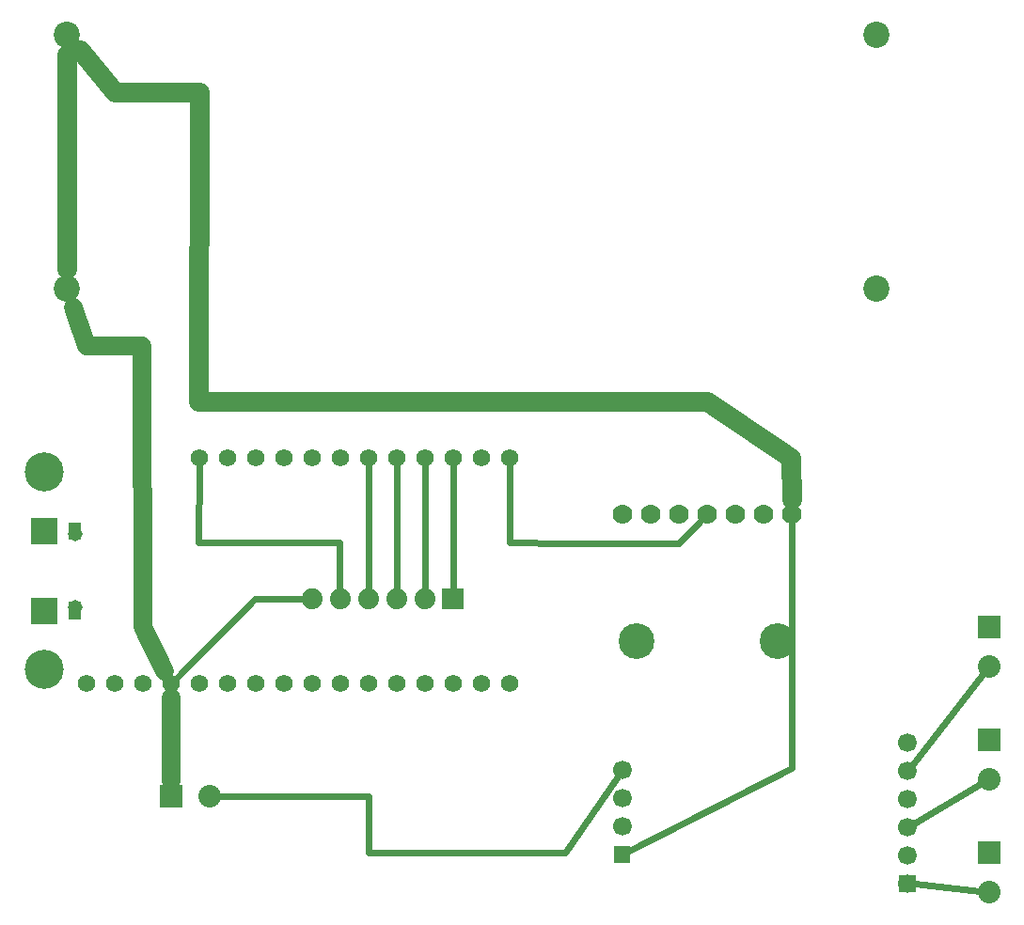
<source format=gbl>
G04 MADE WITH FRITZING*
G04 WWW.FRITZING.ORG*
G04 DOUBLE SIDED*
G04 HOLES PLATED*
G04 CONTOUR ON CENTER OF CONTOUR VECTOR*
%ASAXBY*%
%FSLAX23Y23*%
%MOIN*%
%OFA0B0*%
%SFA1.0B1.0*%
%ADD10C,0.066555*%
%ADD11C,0.049194*%
%ADD12C,0.074000*%
%ADD13C,0.126614*%
%ADD14C,0.070000*%
%ADD15C,0.080000*%
%ADD16C,0.093000*%
%ADD17C,0.138425*%
%ADD18C,0.095000*%
%ADD19C,0.051496*%
%ADD20C,0.062000*%
%ADD21R,0.080000X0.080000*%
%ADD22R,0.095000X0.095000*%
%ADD23C,0.065000*%
%ADD24C,0.024000*%
%ADD25R,0.001000X0.001000*%
%LNCOPPER0*%
G90*
G70*
G54D10*
X3247Y264D03*
X3247Y364D03*
X3247Y464D03*
X3247Y564D03*
X3247Y664D03*
X3247Y164D03*
X2235Y367D03*
X2235Y467D03*
G54D11*
X2235Y267D03*
G54D10*
X2235Y567D03*
G54D12*
X1635Y1173D03*
X1535Y1173D03*
X1435Y1173D03*
X1335Y1173D03*
X1235Y1173D03*
X1135Y1173D03*
X1635Y1173D03*
X1535Y1173D03*
X1435Y1173D03*
X1335Y1173D03*
X1235Y1173D03*
X1135Y1173D03*
X1635Y1173D03*
X1535Y1173D03*
X1435Y1173D03*
X1335Y1173D03*
X1235Y1173D03*
X1135Y1173D03*
G54D13*
X2785Y1023D03*
G54D14*
X2235Y1473D03*
X2335Y1473D03*
X2435Y1473D03*
X2535Y1473D03*
X2635Y1473D03*
X2735Y1473D03*
X2835Y1473D03*
G54D13*
X2285Y1023D03*
X2785Y1023D03*
G54D14*
X2235Y1473D03*
X2335Y1473D03*
X2435Y1473D03*
X2535Y1473D03*
X2635Y1473D03*
X2735Y1473D03*
X2835Y1473D03*
G54D13*
X2285Y1023D03*
G54D15*
X3535Y1073D03*
X3535Y935D03*
X3535Y1073D03*
X3535Y935D03*
X3535Y673D03*
X3535Y535D03*
X3535Y673D03*
X3535Y535D03*
X3535Y273D03*
X3535Y135D03*
X3535Y273D03*
X3535Y135D03*
X635Y473D03*
X772Y473D03*
X635Y473D03*
X772Y473D03*
G54D16*
X266Y3173D03*
X3135Y3173D03*
X266Y2273D03*
X3135Y2273D03*
G54D17*
X185Y923D03*
G54D18*
X185Y1414D03*
G54D19*
X295Y1403D03*
G54D20*
X1835Y873D03*
X1735Y873D03*
X1635Y873D03*
X1535Y873D03*
X1435Y873D03*
X1335Y873D03*
X1235Y873D03*
X1135Y873D03*
X1035Y873D03*
G54D17*
X185Y1623D03*
G54D20*
X935Y873D03*
X835Y873D03*
X735Y873D03*
X635Y873D03*
X535Y873D03*
X435Y873D03*
X335Y873D03*
X735Y1673D03*
X835Y1673D03*
X935Y1673D03*
X1035Y1673D03*
X1135Y1673D03*
X1235Y1673D03*
X1335Y1673D03*
X1435Y1673D03*
X1535Y1673D03*
X1635Y1673D03*
X1735Y1673D03*
X1835Y1673D03*
G54D19*
X295Y1143D03*
G54D18*
X185Y1131D03*
G54D21*
X3535Y1073D03*
X3535Y1073D03*
X3535Y673D03*
X3535Y673D03*
X3535Y273D03*
X3535Y273D03*
X635Y473D03*
X635Y473D03*
G54D22*
X185Y1414D03*
X185Y1131D03*
G54D23*
X537Y1072D02*
X534Y2071D01*
D02*
X534Y2071D02*
X336Y2071D01*
D02*
X336Y2071D02*
X288Y2207D01*
D02*
X612Y918D02*
X537Y1072D01*
D02*
X636Y675D02*
X635Y822D01*
D02*
X635Y526D02*
X636Y675D01*
G54D24*
D02*
X2835Y574D02*
X2260Y280D01*
D02*
X2835Y1442D02*
X2835Y574D01*
D02*
X934Y1173D02*
X1103Y1173D01*
D02*
X655Y893D02*
X934Y1173D01*
D02*
X1233Y1373D02*
X1232Y1271D01*
D02*
X734Y1373D02*
X1233Y1373D01*
D02*
X1232Y1271D02*
X1234Y1204D01*
D02*
X735Y1644D02*
X734Y1373D01*
D02*
X1335Y1204D02*
X1335Y1644D01*
D02*
X1435Y1204D02*
X1435Y1644D01*
D02*
X1535Y1644D02*
X1535Y1204D01*
D02*
X1635Y1204D02*
X1635Y1644D01*
G54D14*
D02*
X266Y2343D02*
X266Y3103D01*
D02*
X735Y2970D02*
X733Y1873D01*
D02*
X437Y2970D02*
X735Y2970D01*
D02*
X733Y1873D02*
X2535Y1873D01*
D02*
X2535Y1873D02*
X2834Y1672D01*
D02*
X2834Y1672D02*
X2835Y1526D01*
D02*
X311Y3120D02*
X437Y2970D01*
G54D24*
D02*
X1335Y272D02*
X2034Y272D01*
D02*
X2034Y272D02*
X2034Y274D01*
D02*
X1335Y474D02*
X1335Y272D01*
D02*
X2034Y274D02*
X2219Y545D01*
D02*
X1035Y472D02*
X1335Y474D01*
D02*
X803Y473D02*
X1035Y472D01*
D02*
X3334Y674D02*
X3516Y910D01*
D02*
X3264Y585D02*
X3334Y674D01*
D02*
X3270Y378D02*
X3508Y519D01*
D02*
X3274Y162D02*
X3504Y138D01*
D02*
X1835Y1373D02*
X2035Y1371D01*
D02*
X2035Y1371D02*
X2436Y1371D01*
D02*
X1835Y1472D02*
X1835Y1373D01*
D02*
X2436Y1371D02*
X2513Y1451D01*
D02*
X1835Y1373D02*
X1835Y1472D01*
D02*
X1835Y1644D02*
X1835Y1373D01*
G54D25*
X274Y1444D02*
X315Y1444D01*
X274Y1443D02*
X315Y1443D01*
X274Y1442D02*
X315Y1442D01*
X274Y1441D02*
X315Y1441D01*
X274Y1440D02*
X315Y1440D01*
X274Y1439D02*
X315Y1439D01*
X274Y1438D02*
X315Y1438D01*
X274Y1437D02*
X315Y1437D01*
X274Y1436D02*
X315Y1436D01*
X274Y1435D02*
X315Y1435D01*
X274Y1434D02*
X315Y1434D01*
X274Y1433D02*
X315Y1433D01*
X274Y1432D02*
X315Y1432D01*
X274Y1431D02*
X315Y1431D01*
X274Y1430D02*
X315Y1430D01*
X274Y1429D02*
X315Y1429D01*
X274Y1428D02*
X315Y1428D01*
X274Y1427D02*
X315Y1427D01*
X274Y1426D02*
X315Y1426D01*
X274Y1425D02*
X315Y1425D01*
X274Y1424D02*
X315Y1424D01*
X274Y1423D02*
X289Y1423D01*
X300Y1423D02*
X315Y1423D01*
X274Y1422D02*
X286Y1422D01*
X303Y1422D02*
X315Y1422D01*
X274Y1421D02*
X284Y1421D01*
X305Y1421D02*
X315Y1421D01*
X274Y1420D02*
X282Y1420D01*
X307Y1420D02*
X315Y1420D01*
X274Y1419D02*
X281Y1419D01*
X308Y1419D02*
X315Y1419D01*
X274Y1418D02*
X280Y1418D01*
X309Y1418D02*
X315Y1418D01*
X274Y1417D02*
X279Y1417D01*
X310Y1417D02*
X315Y1417D01*
X274Y1416D02*
X278Y1416D01*
X311Y1416D02*
X315Y1416D01*
X274Y1415D02*
X277Y1415D01*
X312Y1415D02*
X315Y1415D01*
X274Y1414D02*
X276Y1414D01*
X313Y1414D02*
X315Y1414D01*
X274Y1413D02*
X276Y1413D01*
X313Y1413D02*
X315Y1413D01*
X274Y1412D02*
X275Y1412D01*
X314Y1412D02*
X315Y1412D01*
X274Y1411D02*
X275Y1411D01*
X314Y1411D02*
X315Y1411D01*
X274Y1410D02*
X275Y1410D01*
X314Y1410D02*
X315Y1410D01*
X274Y1409D02*
X274Y1409D01*
X315Y1409D02*
X315Y1409D01*
X274Y1408D02*
X274Y1408D01*
X315Y1408D02*
X315Y1408D01*
X274Y1398D02*
X274Y1398D01*
X315Y1398D02*
X315Y1398D01*
X274Y1397D02*
X274Y1397D01*
X315Y1397D02*
X315Y1397D01*
X274Y1396D02*
X275Y1396D01*
X314Y1396D02*
X315Y1396D01*
X274Y1395D02*
X275Y1395D01*
X314Y1395D02*
X315Y1395D01*
X274Y1394D02*
X275Y1394D01*
X314Y1394D02*
X315Y1394D01*
X274Y1393D02*
X276Y1393D01*
X313Y1393D02*
X315Y1393D01*
X274Y1392D02*
X276Y1392D01*
X313Y1392D02*
X315Y1392D01*
X274Y1391D02*
X277Y1391D01*
X312Y1391D02*
X315Y1391D01*
X274Y1390D02*
X278Y1390D01*
X311Y1390D02*
X315Y1390D01*
X274Y1389D02*
X279Y1389D01*
X310Y1389D02*
X315Y1389D01*
X274Y1388D02*
X280Y1388D01*
X309Y1388D02*
X315Y1388D01*
X274Y1387D02*
X281Y1387D01*
X308Y1387D02*
X315Y1387D01*
X274Y1386D02*
X282Y1386D01*
X307Y1386D02*
X315Y1386D01*
X274Y1385D02*
X284Y1385D01*
X305Y1385D02*
X315Y1385D01*
X274Y1384D02*
X286Y1384D01*
X303Y1384D02*
X315Y1384D01*
X274Y1383D02*
X289Y1383D01*
X300Y1383D02*
X315Y1383D01*
X1598Y1210D02*
X1670Y1210D01*
X1598Y1209D02*
X1671Y1209D01*
X1598Y1208D02*
X1671Y1208D01*
X1598Y1207D02*
X1671Y1207D01*
X1598Y1206D02*
X1671Y1206D01*
X1598Y1205D02*
X1671Y1205D01*
X1598Y1204D02*
X1671Y1204D01*
X1598Y1203D02*
X1671Y1203D01*
X1598Y1202D02*
X1671Y1202D01*
X1598Y1201D02*
X1671Y1201D01*
X1598Y1200D02*
X1671Y1200D01*
X1598Y1199D02*
X1671Y1199D01*
X1598Y1198D02*
X1671Y1198D01*
X1598Y1197D02*
X1671Y1197D01*
X1598Y1196D02*
X1671Y1196D01*
X1598Y1195D02*
X1671Y1195D01*
X1598Y1194D02*
X1671Y1194D01*
X1598Y1193D02*
X1633Y1193D01*
X1635Y1193D02*
X1671Y1193D01*
X1598Y1192D02*
X1627Y1192D01*
X1641Y1192D02*
X1671Y1192D01*
X1598Y1191D02*
X1625Y1191D01*
X1643Y1191D02*
X1671Y1191D01*
X1598Y1190D02*
X1623Y1190D01*
X1645Y1190D02*
X1671Y1190D01*
X1598Y1189D02*
X1621Y1189D01*
X1647Y1189D02*
X1671Y1189D01*
X1598Y1188D02*
X1620Y1188D01*
X1648Y1188D02*
X1671Y1188D01*
X1598Y1187D02*
X1619Y1187D01*
X1649Y1187D02*
X1671Y1187D01*
X1598Y1186D02*
X1618Y1186D01*
X1650Y1186D02*
X1671Y1186D01*
X1598Y1185D02*
X1618Y1185D01*
X1650Y1185D02*
X1671Y1185D01*
X1598Y1184D02*
X1617Y1184D01*
X1651Y1184D02*
X1671Y1184D01*
X1598Y1183D02*
X1616Y1183D01*
X1652Y1183D02*
X1671Y1183D01*
X1598Y1182D02*
X1616Y1182D01*
X1652Y1182D02*
X1671Y1182D01*
X1598Y1181D02*
X1615Y1181D01*
X1653Y1181D02*
X1671Y1181D01*
X1598Y1180D02*
X1615Y1180D01*
X1653Y1180D02*
X1671Y1180D01*
X1598Y1179D02*
X1614Y1179D01*
X1654Y1179D02*
X1671Y1179D01*
X1598Y1178D02*
X1614Y1178D01*
X1654Y1178D02*
X1671Y1178D01*
X1598Y1177D02*
X1614Y1177D01*
X1654Y1177D02*
X1671Y1177D01*
X1598Y1176D02*
X1614Y1176D01*
X1654Y1176D02*
X1671Y1176D01*
X1598Y1175D02*
X1614Y1175D01*
X1654Y1175D02*
X1671Y1175D01*
X1598Y1174D02*
X1614Y1174D01*
X1654Y1174D02*
X1671Y1174D01*
X1598Y1173D02*
X1614Y1173D01*
X1654Y1173D02*
X1671Y1173D01*
X1598Y1172D02*
X1614Y1172D01*
X1654Y1172D02*
X1671Y1172D01*
X1598Y1171D02*
X1614Y1171D01*
X1654Y1171D02*
X1671Y1171D01*
X1598Y1170D02*
X1614Y1170D01*
X1654Y1170D02*
X1671Y1170D01*
X1598Y1169D02*
X1614Y1169D01*
X1654Y1169D02*
X1671Y1169D01*
X1598Y1168D02*
X1614Y1168D01*
X1654Y1168D02*
X1671Y1168D01*
X1598Y1167D02*
X1615Y1167D01*
X1653Y1167D02*
X1671Y1167D01*
X1598Y1166D02*
X1615Y1166D01*
X1653Y1166D02*
X1671Y1166D01*
X1598Y1165D02*
X1615Y1165D01*
X1653Y1165D02*
X1671Y1165D01*
X1598Y1164D02*
X1616Y1164D01*
X1652Y1164D02*
X1671Y1164D01*
X274Y1163D02*
X288Y1163D01*
X301Y1163D02*
X315Y1163D01*
X1598Y1163D02*
X1616Y1163D01*
X1652Y1163D02*
X1671Y1163D01*
X274Y1162D02*
X285Y1162D01*
X304Y1162D02*
X315Y1162D01*
X1598Y1162D02*
X1617Y1162D01*
X1651Y1162D02*
X1671Y1162D01*
X274Y1161D02*
X284Y1161D01*
X305Y1161D02*
X315Y1161D01*
X1598Y1161D02*
X1618Y1161D01*
X1650Y1161D02*
X1671Y1161D01*
X274Y1160D02*
X282Y1160D01*
X307Y1160D02*
X315Y1160D01*
X1598Y1160D02*
X1619Y1160D01*
X1650Y1160D02*
X1671Y1160D01*
X274Y1159D02*
X281Y1159D01*
X308Y1159D02*
X315Y1159D01*
X1598Y1159D02*
X1619Y1159D01*
X1649Y1159D02*
X1671Y1159D01*
X274Y1158D02*
X280Y1158D01*
X309Y1158D02*
X315Y1158D01*
X1598Y1158D02*
X1621Y1158D01*
X1647Y1158D02*
X1671Y1158D01*
X274Y1157D02*
X279Y1157D01*
X310Y1157D02*
X315Y1157D01*
X1598Y1157D02*
X1622Y1157D01*
X1646Y1157D02*
X1671Y1157D01*
X274Y1156D02*
X278Y1156D01*
X311Y1156D02*
X315Y1156D01*
X1598Y1156D02*
X1623Y1156D01*
X1645Y1156D02*
X1671Y1156D01*
X274Y1155D02*
X277Y1155D01*
X312Y1155D02*
X315Y1155D01*
X1598Y1155D02*
X1625Y1155D01*
X1643Y1155D02*
X1671Y1155D01*
X274Y1154D02*
X276Y1154D01*
X313Y1154D02*
X315Y1154D01*
X1598Y1154D02*
X1628Y1154D01*
X1640Y1154D02*
X1671Y1154D01*
X274Y1153D02*
X276Y1153D01*
X313Y1153D02*
X315Y1153D01*
X1598Y1153D02*
X1671Y1153D01*
X274Y1152D02*
X275Y1152D01*
X314Y1152D02*
X315Y1152D01*
X1598Y1152D02*
X1671Y1152D01*
X274Y1151D02*
X275Y1151D01*
X314Y1151D02*
X315Y1151D01*
X1598Y1151D02*
X1671Y1151D01*
X274Y1150D02*
X274Y1150D01*
X314Y1150D02*
X315Y1150D01*
X1598Y1150D02*
X1671Y1150D01*
X274Y1149D02*
X274Y1149D01*
X315Y1149D02*
X315Y1149D01*
X1598Y1149D02*
X1671Y1149D01*
X274Y1148D02*
X274Y1148D01*
X315Y1148D02*
X315Y1148D01*
X1598Y1148D02*
X1671Y1148D01*
X1598Y1147D02*
X1671Y1147D01*
X1598Y1146D02*
X1671Y1146D01*
X1598Y1145D02*
X1671Y1145D01*
X1598Y1144D02*
X1671Y1144D01*
X1598Y1143D02*
X1671Y1143D01*
X1598Y1142D02*
X1671Y1142D01*
X1598Y1141D02*
X1671Y1141D01*
X1598Y1140D02*
X1671Y1140D01*
X1598Y1139D02*
X1671Y1139D01*
X274Y1138D02*
X274Y1138D01*
X315Y1138D02*
X315Y1138D01*
X1598Y1138D02*
X1671Y1138D01*
X274Y1137D02*
X274Y1137D01*
X315Y1137D02*
X315Y1137D01*
X1598Y1137D02*
X1671Y1137D01*
X274Y1136D02*
X275Y1136D01*
X314Y1136D02*
X315Y1136D01*
X274Y1135D02*
X275Y1135D01*
X314Y1135D02*
X315Y1135D01*
X274Y1134D02*
X275Y1134D01*
X314Y1134D02*
X315Y1134D01*
X274Y1133D02*
X276Y1133D01*
X313Y1133D02*
X315Y1133D01*
X274Y1132D02*
X277Y1132D01*
X312Y1132D02*
X315Y1132D01*
X274Y1131D02*
X277Y1131D01*
X312Y1131D02*
X315Y1131D01*
X274Y1130D02*
X278Y1130D01*
X311Y1130D02*
X315Y1130D01*
X274Y1129D02*
X279Y1129D01*
X310Y1129D02*
X315Y1129D01*
X274Y1128D02*
X280Y1128D01*
X309Y1128D02*
X315Y1128D01*
X274Y1127D02*
X281Y1127D01*
X308Y1127D02*
X315Y1127D01*
X274Y1126D02*
X282Y1126D01*
X307Y1126D02*
X315Y1126D01*
X274Y1125D02*
X284Y1125D01*
X305Y1125D02*
X315Y1125D01*
X274Y1124D02*
X286Y1124D01*
X303Y1124D02*
X315Y1124D01*
X274Y1123D02*
X289Y1123D01*
X300Y1123D02*
X315Y1123D01*
X274Y1122D02*
X315Y1122D01*
X274Y1121D02*
X315Y1121D01*
X274Y1120D02*
X315Y1120D01*
X274Y1119D02*
X315Y1119D01*
X274Y1118D02*
X315Y1118D01*
X274Y1117D02*
X315Y1117D01*
X274Y1116D02*
X315Y1116D01*
X274Y1115D02*
X315Y1115D01*
X274Y1114D02*
X315Y1114D01*
X274Y1113D02*
X315Y1113D01*
X274Y1112D02*
X315Y1112D01*
X274Y1111D02*
X315Y1111D01*
X274Y1110D02*
X315Y1110D01*
X274Y1109D02*
X315Y1109D01*
X274Y1108D02*
X315Y1108D01*
X274Y1107D02*
X315Y1107D01*
X274Y1106D02*
X315Y1106D01*
X274Y1105D02*
X315Y1105D01*
X274Y1104D02*
X315Y1104D01*
X274Y1103D02*
X315Y1103D01*
X274Y1102D02*
X315Y1102D01*
X2205Y297D02*
X2263Y297D01*
X2205Y296D02*
X2263Y296D01*
X2205Y295D02*
X2263Y295D01*
X2205Y294D02*
X2263Y294D01*
X2205Y293D02*
X2263Y293D01*
X2205Y292D02*
X2263Y292D01*
X2205Y291D02*
X2263Y291D01*
X2205Y290D02*
X2263Y290D01*
X2205Y289D02*
X2263Y289D01*
X2205Y288D02*
X2263Y288D01*
X2205Y287D02*
X2263Y287D01*
X2205Y286D02*
X2233Y286D01*
X2235Y286D02*
X2263Y286D01*
X2205Y285D02*
X2228Y285D01*
X2240Y285D02*
X2263Y285D01*
X2205Y284D02*
X2225Y284D01*
X2243Y284D02*
X2263Y284D01*
X2205Y283D02*
X2223Y283D01*
X2245Y283D02*
X2263Y283D01*
X2205Y282D02*
X2222Y282D01*
X2246Y282D02*
X2263Y282D01*
X2205Y281D02*
X2221Y281D01*
X2247Y281D02*
X2263Y281D01*
X2205Y280D02*
X2220Y280D01*
X2248Y280D02*
X2263Y280D01*
X2205Y279D02*
X2219Y279D01*
X2249Y279D02*
X2263Y279D01*
X2205Y278D02*
X2218Y278D01*
X2250Y278D02*
X2263Y278D01*
X2205Y277D02*
X2218Y277D01*
X2250Y277D02*
X2263Y277D01*
X2205Y276D02*
X2217Y276D01*
X2251Y276D02*
X2263Y276D01*
X2205Y275D02*
X2217Y275D01*
X2251Y275D02*
X2263Y275D01*
X2205Y274D02*
X2216Y274D01*
X2252Y274D02*
X2263Y274D01*
X2205Y273D02*
X2216Y273D01*
X2252Y273D02*
X2263Y273D01*
X2205Y272D02*
X2216Y272D01*
X2252Y272D02*
X2263Y272D01*
X2205Y271D02*
X2215Y271D01*
X2253Y271D02*
X2263Y271D01*
X2205Y270D02*
X2215Y270D01*
X2253Y270D02*
X2263Y270D01*
X2205Y269D02*
X2215Y269D01*
X2253Y269D02*
X2263Y269D01*
X2205Y268D02*
X2215Y268D01*
X2253Y268D02*
X2263Y268D01*
X2205Y267D02*
X2215Y267D01*
X2253Y267D02*
X2263Y267D01*
X2205Y266D02*
X2215Y266D01*
X2253Y266D02*
X2263Y266D01*
X2205Y265D02*
X2215Y265D01*
X2253Y265D02*
X2263Y265D01*
X2205Y264D02*
X2215Y264D01*
X2253Y264D02*
X2263Y264D01*
X2205Y263D02*
X2216Y263D01*
X2252Y263D02*
X2263Y263D01*
X2205Y262D02*
X2216Y262D01*
X2252Y262D02*
X2263Y262D01*
X2205Y261D02*
X2216Y261D01*
X2252Y261D02*
X2263Y261D01*
X2205Y260D02*
X2217Y260D01*
X2251Y260D02*
X2263Y260D01*
X2205Y259D02*
X2217Y259D01*
X2251Y259D02*
X2263Y259D01*
X2205Y258D02*
X2218Y258D01*
X2250Y258D02*
X2263Y258D01*
X2205Y257D02*
X2218Y257D01*
X2250Y257D02*
X2263Y257D01*
X2205Y256D02*
X2219Y256D01*
X2249Y256D02*
X2263Y256D01*
X2205Y255D02*
X2220Y255D01*
X2248Y255D02*
X2263Y255D01*
X2205Y254D02*
X2221Y254D01*
X2247Y254D02*
X2263Y254D01*
X2205Y253D02*
X2222Y253D01*
X2246Y253D02*
X2263Y253D01*
X2205Y252D02*
X2223Y252D01*
X2245Y252D02*
X2263Y252D01*
X2205Y251D02*
X2225Y251D01*
X2243Y251D02*
X2263Y251D01*
X2205Y250D02*
X2228Y250D01*
X2240Y250D02*
X2263Y250D01*
X2205Y249D02*
X2263Y249D01*
X2205Y248D02*
X2263Y248D01*
X2205Y247D02*
X2263Y247D01*
X2205Y246D02*
X2263Y246D01*
X2205Y245D02*
X2263Y245D01*
X2205Y244D02*
X2263Y244D01*
X2205Y243D02*
X2263Y243D01*
X2205Y242D02*
X2263Y242D01*
X2205Y241D02*
X2263Y241D01*
X2205Y240D02*
X2263Y240D01*
X2205Y239D02*
X2263Y239D01*
X2205Y238D02*
X2263Y238D01*
X3217Y194D02*
X3276Y194D01*
X3217Y193D02*
X3276Y193D01*
X3217Y192D02*
X3276Y192D01*
X3217Y191D02*
X3276Y191D01*
X3217Y190D02*
X3276Y190D01*
X3217Y189D02*
X3276Y189D01*
X3217Y188D02*
X3276Y188D01*
X3217Y187D02*
X3276Y187D01*
X3217Y186D02*
X3276Y186D01*
X3217Y185D02*
X3276Y185D01*
X3217Y184D02*
X3276Y184D01*
X3217Y183D02*
X3243Y183D01*
X3250Y183D02*
X3276Y183D01*
X3217Y182D02*
X3239Y182D01*
X3254Y182D02*
X3276Y182D01*
X3217Y181D02*
X3237Y181D01*
X3256Y181D02*
X3276Y181D01*
X3217Y180D02*
X3235Y180D01*
X3257Y180D02*
X3276Y180D01*
X3217Y179D02*
X3234Y179D01*
X3259Y179D02*
X3276Y179D01*
X3217Y178D02*
X3233Y178D01*
X3260Y178D02*
X3276Y178D01*
X3217Y177D02*
X3232Y177D01*
X3261Y177D02*
X3276Y177D01*
X3217Y176D02*
X3231Y176D01*
X3262Y176D02*
X3276Y176D01*
X3217Y175D02*
X3231Y175D01*
X3262Y175D02*
X3276Y175D01*
X3217Y174D02*
X3230Y174D01*
X3263Y174D02*
X3276Y174D01*
X3217Y173D02*
X3229Y173D01*
X3263Y173D02*
X3276Y173D01*
X3217Y172D02*
X3229Y172D01*
X3264Y172D02*
X3276Y172D01*
X3217Y171D02*
X3229Y171D01*
X3264Y171D02*
X3276Y171D01*
X3217Y170D02*
X3228Y170D01*
X3265Y170D02*
X3276Y170D01*
X3217Y169D02*
X3228Y169D01*
X3265Y169D02*
X3276Y169D01*
X3217Y168D02*
X3228Y168D01*
X3265Y168D02*
X3276Y168D01*
X3217Y167D02*
X3228Y167D01*
X3265Y167D02*
X3276Y167D01*
X3217Y166D02*
X3228Y166D01*
X3265Y166D02*
X3276Y166D01*
X3217Y165D02*
X3227Y165D01*
X3265Y165D02*
X3276Y165D01*
X3217Y164D02*
X3227Y164D01*
X3265Y164D02*
X3276Y164D01*
X3217Y163D02*
X3228Y163D01*
X3265Y163D02*
X3276Y163D01*
X3217Y162D02*
X3228Y162D01*
X3265Y162D02*
X3276Y162D01*
X3217Y161D02*
X3228Y161D01*
X3265Y161D02*
X3276Y161D01*
X3217Y160D02*
X3228Y160D01*
X3265Y160D02*
X3276Y160D01*
X3217Y159D02*
X3228Y159D01*
X3264Y159D02*
X3276Y159D01*
X3217Y158D02*
X3229Y158D01*
X3264Y158D02*
X3276Y158D01*
X3217Y157D02*
X3229Y157D01*
X3264Y157D02*
X3276Y157D01*
X3217Y156D02*
X3230Y156D01*
X3263Y156D02*
X3276Y156D01*
X3217Y155D02*
X3230Y155D01*
X3263Y155D02*
X3276Y155D01*
X3217Y154D02*
X3231Y154D01*
X3262Y154D02*
X3276Y154D01*
X3217Y153D02*
X3232Y153D01*
X3261Y153D02*
X3276Y153D01*
X3217Y152D02*
X3233Y152D01*
X3260Y152D02*
X3276Y152D01*
X3217Y151D02*
X3234Y151D01*
X3259Y151D02*
X3276Y151D01*
X3217Y150D02*
X3235Y150D01*
X3258Y150D02*
X3276Y150D01*
X3217Y149D02*
X3236Y149D01*
X3257Y149D02*
X3276Y149D01*
X3217Y148D02*
X3238Y148D01*
X3255Y148D02*
X3276Y148D01*
X3217Y147D02*
X3241Y147D01*
X3252Y147D02*
X3276Y147D01*
X3217Y146D02*
X3276Y146D01*
X3217Y145D02*
X3276Y145D01*
X3217Y144D02*
X3276Y144D01*
X3217Y143D02*
X3276Y143D01*
X3217Y142D02*
X3276Y142D01*
X3217Y141D02*
X3276Y141D01*
X3217Y140D02*
X3276Y140D01*
X3217Y139D02*
X3276Y139D01*
X3217Y138D02*
X3276Y138D01*
X3217Y137D02*
X3276Y137D01*
X3217Y136D02*
X3276Y136D01*
X3218Y135D02*
X3275Y135D01*
D02*
G04 End of Copper0*
M02*
</source>
